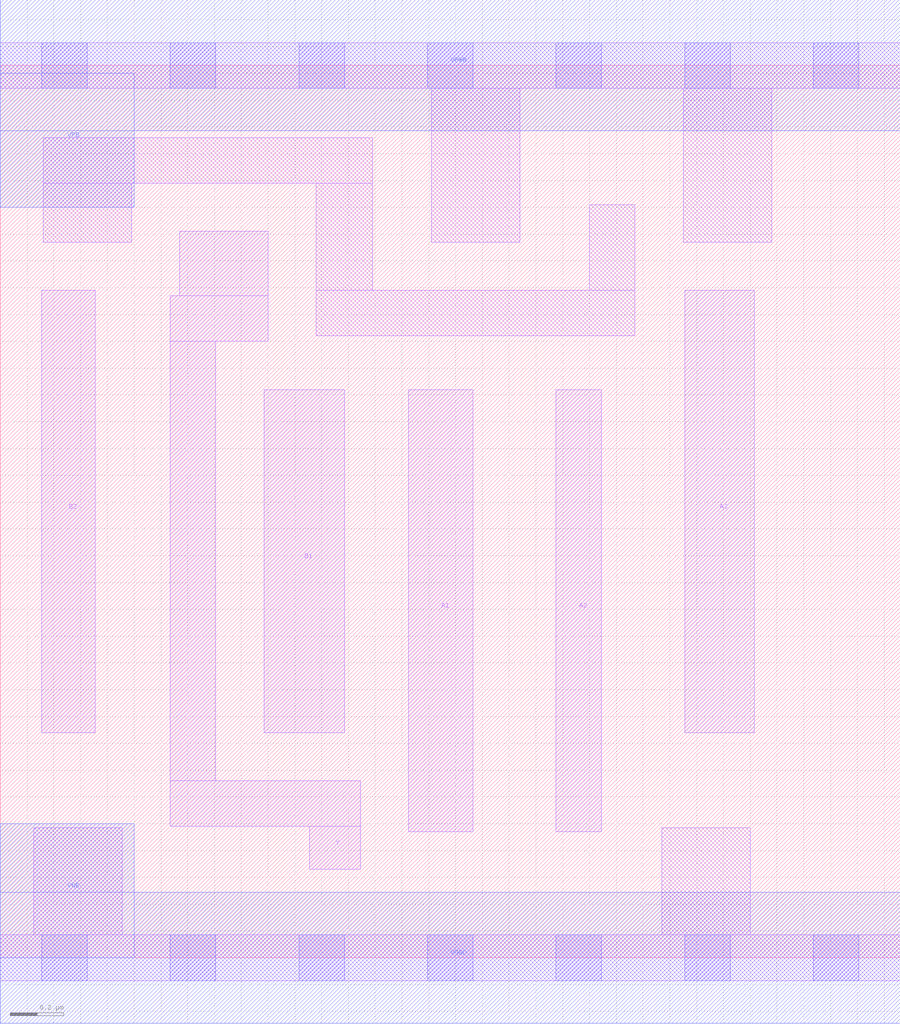
<source format=lef>
# Copyright 2020 The SkyWater PDK Authors
#
# Licensed under the Apache License, Version 2.0 (the "License");
# you may not use this file except in compliance with the License.
# You may obtain a copy of the License at
#
#     https://www.apache.org/licenses/LICENSE-2.0
#
# Unless required by applicable law or agreed to in writing, software
# distributed under the License is distributed on an "AS IS" BASIS,
# WITHOUT WARRANTIES OR CONDITIONS OF ANY KIND, either express or implied.
# See the License for the specific language governing permissions and
# limitations under the License.
#
# SPDX-License-Identifier: Apache-2.0

VERSION 5.5 ;
NAMESCASESENSITIVE ON ;
BUSBITCHARS "[]" ;
DIVIDERCHAR "/" ;
MACRO sky130_fd_sc_lp__a32oi_m
  CLASS CORE ;
  SOURCE USER ;
  ORIGIN  0.000000  0.000000 ;
  SIZE  3.360000 BY  3.330000 ;
  SYMMETRY X Y R90 ;
  SITE unit ;
  PIN A1
    ANTENNAGATEAREA  0.126000 ;
    DIRECTION INPUT ;
    USE SIGNAL ;
    PORT
      LAYER li1 ;
        RECT 1.525000 0.470000 1.765000 2.120000 ;
    END
  END A1
  PIN A2
    ANTENNAGATEAREA  0.126000 ;
    DIRECTION INPUT ;
    USE SIGNAL ;
    PORT
      LAYER li1 ;
        RECT 2.075000 0.470000 2.245000 2.120000 ;
    END
  END A2
  PIN A3
    ANTENNAGATEAREA  0.126000 ;
    DIRECTION INPUT ;
    USE SIGNAL ;
    PORT
      LAYER li1 ;
        RECT 2.555000 0.840000 2.815000 2.490000 ;
    END
  END A3
  PIN B1
    ANTENNAGATEAREA  0.126000 ;
    DIRECTION INPUT ;
    USE SIGNAL ;
    PORT
      LAYER li1 ;
        RECT 0.985000 0.840000 1.285000 2.120000 ;
    END
  END B1
  PIN B2
    ANTENNAGATEAREA  0.126000 ;
    DIRECTION INPUT ;
    USE SIGNAL ;
    PORT
      LAYER li1 ;
        RECT 0.155000 0.840000 0.355000 2.490000 ;
    END
  END B2
  PIN Y
    ANTENNADIFFAREA  0.254100 ;
    DIRECTION OUTPUT ;
    USE SIGNAL ;
    PORT
      LAYER li1 ;
        RECT 0.635000 0.490000 1.345000 0.660000 ;
        RECT 0.635000 0.660000 0.805000 2.300000 ;
        RECT 0.635000 2.300000 1.000000 2.470000 ;
        RECT 0.670000 2.470000 1.000000 2.710000 ;
        RECT 1.155000 0.330000 1.345000 0.490000 ;
    END
  END Y
  PIN VGND
    DIRECTION INOUT ;
    USE GROUND ;
    PORT
      LAYER met1 ;
        RECT 0.000000 -0.245000 3.360000 0.245000 ;
    END
  END VGND
  PIN VNB
    DIRECTION INOUT ;
    USE GROUND ;
    PORT
    END
  END VNB
  PIN VPB
    DIRECTION INOUT ;
    USE POWER ;
    PORT
    END
  END VPB
  PIN VNB
    DIRECTION INOUT ;
    USE GROUND ;
    PORT
      LAYER met1 ;
        RECT 0.000000 0.000000 0.500000 0.500000 ;
    END
  END VNB
  PIN VPB
    DIRECTION INOUT ;
    USE POWER ;
    PORT
      LAYER met1 ;
        RECT 0.000000 2.800000 0.500000 3.300000 ;
    END
  END VPB
  PIN VPWR
    DIRECTION INOUT ;
    USE POWER ;
    PORT
      LAYER met1 ;
        RECT 0.000000 3.085000 3.360000 3.575000 ;
    END
  END VPWR
  OBS
    LAYER li1 ;
      RECT 0.000000 -0.085000 3.360000 0.085000 ;
      RECT 0.000000  3.245000 3.360000 3.415000 ;
      RECT 0.125000  0.085000 0.455000 0.485000 ;
      RECT 0.160000  2.670000 0.490000 2.890000 ;
      RECT 0.160000  2.890000 1.390000 3.060000 ;
      RECT 1.180000  2.320000 2.370000 2.490000 ;
      RECT 1.180000  2.490000 1.390000 2.890000 ;
      RECT 1.610000  2.670000 1.940000 3.245000 ;
      RECT 2.200000  2.490000 2.370000 2.810000 ;
      RECT 2.470000  0.085000 2.800000 0.485000 ;
      RECT 2.550000  2.670000 2.880000 3.245000 ;
    LAYER mcon ;
      RECT 0.155000 -0.085000 0.325000 0.085000 ;
      RECT 0.155000  3.245000 0.325000 3.415000 ;
      RECT 0.635000 -0.085000 0.805000 0.085000 ;
      RECT 0.635000  3.245000 0.805000 3.415000 ;
      RECT 1.115000 -0.085000 1.285000 0.085000 ;
      RECT 1.115000  3.245000 1.285000 3.415000 ;
      RECT 1.595000 -0.085000 1.765000 0.085000 ;
      RECT 1.595000  3.245000 1.765000 3.415000 ;
      RECT 2.075000 -0.085000 2.245000 0.085000 ;
      RECT 2.075000  3.245000 2.245000 3.415000 ;
      RECT 2.555000 -0.085000 2.725000 0.085000 ;
      RECT 2.555000  3.245000 2.725000 3.415000 ;
      RECT 3.035000 -0.085000 3.205000 0.085000 ;
      RECT 3.035000  3.245000 3.205000 3.415000 ;
  END
END sky130_fd_sc_lp__a32oi_m
END LIBRARY

</source>
